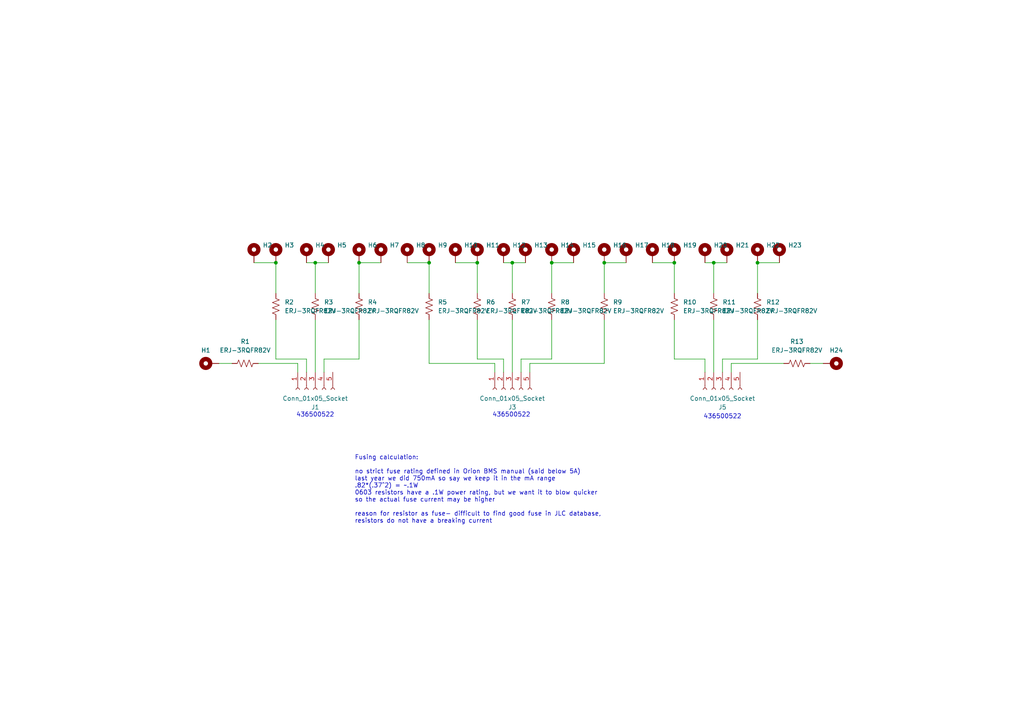
<source format=kicad_sch>
(kicad_sch (version 20231120) (generator "eeschema") (generator_version "8.0")
  (paper "A4")
  (lib_symbols
    (symbol "Connector:Conn_01x05_Socket" (pin_names (offset 1.016) hide)
      (property "Reference" "J" (at 0 7.62 0))
      (property "Value" "Conn_01x05_Socket" (at 0 -7.62 0))
      (symbol "Conn_01x05_Socket_1_1"
        (arc (start 0 -4.572) (mid -0.5058 -5.08) (end 0 -5.588) (stroke (width 0.1524)))
        (arc (start 0 -2.032) (mid -0.5058 -2.54) (end 0 -3.048) (stroke (width 0.1524)))
        (polyline (pts (xy -1.27 -5.08) (xy -0.508 -5.08)) (stroke (width 0.1524)))
        (polyline (pts (xy -1.27 -2.54) (xy -0.508 -2.54)) (stroke (width 0.1524)))
        (polyline (pts (xy -1.27 0) (xy -0.508 0)) (stroke (width 0.1524)))
        (polyline (pts (xy -1.27 2.54) (xy -0.508 2.54)) (stroke (width 0.1524)))
        (polyline (pts (xy -1.27 5.08) (xy -0.508 5.08)) (stroke (width 0.1524)))
        (arc (start 0 0.508) (mid -0.5058 0) (end 0 -0.508) (stroke (width 0.1524)))
        (arc (start 0 3.048) (mid -0.5058 2.54) (end 0 2.032) (stroke (width 0.1524)))
        (arc (start 0 5.588) (mid -0.5058 5.08) (end 0 4.572) (stroke (width 0.1524)))
        (pin passive line (at -5.08 5.08 0) (length 3.81) (name "Pin_1") (number "1"))
        (pin passive line (at -5.08 2.54 0) (length 3.81) (name "Pin_2") (number "2"))
        (pin passive line (at -5.08 0 0) (length 3.81) (name "Pin_3") (number "3"))
        (pin passive line (at -5.08 -2.54 0) (length 3.81) (name "Pin_4") (number "4"))
        (pin passive line (at -5.08 -5.08 0) (length 3.81) (name "Pin_5") (number "5"))
      )
    )
    (symbol "Device:R_US" (pin_numbers hide) (pin_names (offset 0))
      (property "Reference" "R" (at 2.54 0 90))
      (property "Value" "R_US" (at -2.54 0 90))
      (symbol "R_US_0_1"
        (polyline (pts (xy 0 -2.286) (xy 0 -2.54)))
        (polyline (pts (xy 0 2.286) (xy 0 2.54)))
        (polyline (pts (xy 0 -0.762) (xy 1.016 -1.143) (xy 0 -1.524) (xy -1.016 -1.905) (xy 0 -2.286)))
        (polyline (pts (xy 0 0.762) (xy 1.016 0.381) (xy 0 0) (xy -1.016 -0.381) (xy 0 -0.762)))
        (polyline (pts (xy 0 2.286) (xy 1.016 1.905) (xy 0 1.524) (xy -1.016 1.143) (xy 0 0.762)))
      )
      (symbol "R_US_1_1"
        (pin passive line (at 0 3.81 270) (length 1.27) (name "~") (number "1"))
        (pin passive line (at 0 -3.81 90) (length 1.27) (name "~") (number "2"))
      )
    )
    (symbol "Mechanical:MountingHole_Pad" (pin_numbers hide) (pin_names (offset 1.016) hide) (exclude_from_sim yes) (in_bom no)
      (property "Reference" "H" (at 0 6.35 0))
      (property "Value" "MountingHole_Pad" (at 0 4.445 0))
      (symbol "MountingHole_Pad_0_1"
        (circle (center 0 1.27) (radius 1.27) (stroke (width 1.27)))
      )
      (symbol "MountingHole_Pad_1_1"
        (pin input line (at 0 -2.54 90) (length 2.54) (name "1") (number "1"))
      )
    )
  )
  (junction (at 91.44 76.2))
  (junction (at 160.02 76.2))
  (junction (at 80.01 76.2))
  (junction (at 207.01 76.2))
  (junction (at 138.43 76.2))
  (junction (at 195.58 76.2))
  (junction (at 104.14 76.2))
  (junction (at 219.71 76.2))
  (junction (at 148.59 76.2))
  (junction (at 124.46 76.2))
  (junction (at 175.26 76.2))
  (wire (pts (xy 91.44 76.2) (xy 95.25 76.2)))
  (wire (pts (xy 151.13 104.14) (xy 151.13 107.95)))
  (wire (pts (xy 80.01 76.2) (xy 80.01 85.09)))
  (wire (pts (xy 104.14 85.09) (xy 104.14 76.2)))
  (wire (pts (xy 88.9 76.2) (xy 91.44 76.2)))
  (wire (pts (xy 143.51 107.95) (xy 143.51 105.41)))
  (wire (pts (xy 219.71 76.2) (xy 226.06 76.2)))
  (wire (pts (xy 148.59 76.2) (xy 148.59 85.09)))
  (wire (pts (xy 195.58 76.2) (xy 195.58 85.09)))
  (wire (pts (xy 153.67 107.95) (xy 153.67 105.41)))
  (wire (pts (xy 104.14 76.2) (xy 110.49 76.2)))
  (wire (pts (xy 212.09 105.41) (xy 212.09 107.95)))
  (wire (pts (xy 151.13 104.14) (xy 160.02 104.14)))
  (wire (pts (xy 160.02 104.14) (xy 160.02 92.71)))
  (wire (pts (xy 93.98 104.14) (xy 104.14 104.14)))
  (wire (pts (xy 160.02 76.2) (xy 166.37 76.2)))
  (wire (pts (xy 175.26 105.41) (xy 175.26 92.71)))
  (wire (pts (xy 86.36 107.95) (xy 86.36 105.41)))
  (wire (pts (xy 189.23 76.2) (xy 195.58 76.2)))
  (wire (pts (xy 88.9 104.14) (xy 80.01 104.14)))
  (wire (pts (xy 204.47 104.14) (xy 195.58 104.14)))
  (wire (pts (xy 146.05 76.2) (xy 148.59 76.2)))
  (wire (pts (xy 238.76 105.41) (xy 234.95 105.41)))
  (wire (pts (xy 143.51 105.41) (xy 124.46 105.41)))
  (wire (pts (xy 132.08 76.2) (xy 138.43 76.2)))
  (wire (pts (xy 91.44 92.71) (xy 91.44 107.95)))
  (wire (pts (xy 80.01 104.14) (xy 80.01 92.71)))
  (wire (pts (xy 148.59 92.71) (xy 148.59 107.95)))
  (wire (pts (xy 207.01 92.71) (xy 207.01 107.95)))
  (wire (pts (xy 124.46 92.71) (xy 124.46 105.41)))
  (wire (pts (xy 209.55 104.14) (xy 219.71 104.14)))
  (wire (pts (xy 207.01 76.2) (xy 207.01 85.09)))
  (wire (pts (xy 227.33 105.41) (xy 212.09 105.41)))
  (wire (pts (xy 146.05 104.14) (xy 146.05 107.95)))
  (wire (pts (xy 219.71 85.09) (xy 219.71 76.2)))
  (wire (pts (xy 124.46 76.2) (xy 124.46 85.09)))
  (wire (pts (xy 63.5 105.41) (xy 67.31 105.41)))
  (wire (pts (xy 118.11 76.2) (xy 124.46 76.2)))
  (wire (pts (xy 160.02 76.2) (xy 160.02 85.09)))
  (wire (pts (xy 175.26 76.2) (xy 181.61 76.2)))
  (wire (pts (xy 195.58 104.14) (xy 195.58 92.71)))
  (wire (pts (xy 153.67 105.41) (xy 175.26 105.41)))
  (wire (pts (xy 146.05 104.14) (xy 138.43 104.14)))
  (wire (pts (xy 88.9 104.14) (xy 88.9 107.95)))
  (wire (pts (xy 138.43 76.2) (xy 138.43 85.09)))
  (wire (pts (xy 73.66 76.2) (xy 80.01 76.2)))
  (wire (pts (xy 204.47 76.2) (xy 207.01 76.2)))
  (wire (pts (xy 207.01 76.2) (xy 210.82 76.2)))
  (wire (pts (xy 91.44 76.2) (xy 91.44 85.09)))
  (wire (pts (xy 138.43 104.14) (xy 138.43 92.71)))
  (wire (pts (xy 104.14 104.14) (xy 104.14 92.71)))
  (wire (pts (xy 175.26 85.09) (xy 175.26 76.2)))
  (wire (pts (xy 74.93 105.41) (xy 86.36 105.41)))
  (wire (pts (xy 209.55 104.14) (xy 209.55 107.95)))
  (wire (pts (xy 148.59 76.2) (xy 152.4 76.2)))
  (wire (pts (xy 219.71 104.14) (xy 219.71 92.71)))
  (wire (pts (xy 93.98 104.14) (xy 93.98 107.95)))
  (wire (pts (xy 204.47 104.14) (xy 204.47 107.95)))
  (text "436500522" (at 148.336 120.396 0) (effects (font (size 1.27 1.27))))
  (text "436500522" (at 91.44 120.396 0) (effects (font (size 1.27 1.27))))
  (text "Fusing calculation:\n\nno strict fuse rating defined in Orion BMS manual (said below 5A)\nlast year we did 750mA so say we keep it in the mA range\n.82*(.37^2) = ~.1W\n0603 resistors have a .1W power rating, but we want it to blow quicker \nso the actual fuse current may be higher\n\nreason for resistor as fuse- difficult to find good fuse in JLC database, \nresistors do not have a breaking current" (at 102.87 141.986 0) (effects (font (size 1.27 1.27)) (justify left)))
  (text "436500522" (at 209.55 120.904 0) (effects (font (size 1.27 1.27))))
  (symbol (lib_id "Mechanical:MountingHole_Pad") (at 219.71 73.66 0) (unit 1) (exclude_from_sim yes) (in_bom no)
    (property "Reference" "H22" (at 222.25 71.1199 0) (effects (justify left)))
    (property "Value" "MountingHole_Pad" (effects (hide yes)))
    (property "Footprint" "MountingHole:MountingHole_5.3mm_M5_Pad_Via" (effects (hide yes)))
    (property "Description" "Mounting Hole with connection" (effects (hide yes)))
  )
  (symbol (lib_id "Device:R_US") (at 195.58 88.9 0) (unit 1)
    (property "Reference" "R10" (at 198.12 87.6299 0) (effects (justify left)))
    (property "Value" "ERJ-3RQFR82V" (at 198.12 90.1699 0) (effects (justify left)))
    (property "Footprint" "Resistor_SMD:R_0603_1608Metric_Pad0.98x0.95mm_HandSolder" (effects (hide yes)))
    (property "Description" "Resistor, US symbol" (effects (hide yes)))
  )
  (symbol (lib_id "Mechanical:MountingHole_Pad") (at 88.9 73.66 0) (unit 1) (exclude_from_sim yes) (in_bom no)
    (property "Reference" "H4" (at 91.44 71.1199 0) (effects (justify left)))
    (property "Value" "MountingHole_Pad" (effects (hide yes)))
    (property "Footprint" "MountingHole:MountingHole_5.3mm_M5_Pad_Via" (effects (hide yes)))
    (property "Description" "Mounting Hole with connection" (effects (hide yes)))
  )
  (symbol (lib_id "Device:R_US") (at 207.01 88.9 0) (unit 1)
    (property "Reference" "R11" (at 209.55 87.6299 0) (effects (justify left)))
    (property "Value" "ERJ-3RQFR82V" (at 209.55 90.1699 0) (effects (justify left)))
    (property "Footprint" "Resistor_SMD:R_0603_1608Metric_Pad0.98x0.95mm_HandSolder" (effects (hide yes)))
    (property "Description" "Resistor, US symbol" (effects (hide yes)))
  )
  (symbol (lib_id "Connector:Conn_01x05_Socket") (at 209.55 113.03 90) (mirror x) (unit 1)
    (property "Reference" "J5" (at 209.55 118.11 90))
    (property "Value" "Conn_01x05_Socket" (at 209.55 115.57 90))
    (property "Description" "Generic connector, single row, 01x05, script generated" (effects (hide yes)))
  )
  (symbol (lib_id "Device:R_US") (at 80.01 88.9 0) (unit 1)
    (property "Reference" "R2" (at 82.55 87.6299 0) (effects (justify left)))
    (property "Value" "ERJ-3RQFR82V" (at 82.55 90.1699 0) (effects (justify left)))
    (property "Footprint" "Resistor_SMD:R_0603_1608Metric_Pad0.98x0.95mm_HandSolder" (effects (hide yes)))
    (property "Description" "Resistor, US symbol" (effects (hide yes)))
  )
  (symbol (lib_id "Device:R_US") (at 231.14 105.41 90) (unit 1)
    (property "Reference" "R13" (at 231.14 99.06 90))
    (property "Value" "ERJ-3RQFR82V" (at 231.14 101.6 90))
    (property "Footprint" "Resistor_SMD:R_0603_1608Metric_Pad0.98x0.95mm_HandSolder" (effects (hide yes)))
    (property "Description" "Resistor, US symbol" (effects (hide yes)))
  )
  (symbol (lib_id "Device:R_US") (at 219.71 88.9 0) (unit 1)
    (property "Reference" "R12" (at 222.25 87.6299 0) (effects (justify left)))
    (property "Value" "ERJ-3RQFR82V" (at 222.25 90.1699 0) (effects (justify left)))
    (property "Footprint" "Resistor_SMD:R_0603_1608Metric_Pad0.98x0.95mm_HandSolder" (effects (hide yes)))
    (property "Description" "Resistor, US symbol" (effects (hide yes)))
  )
  (symbol (lib_id "Mechanical:MountingHole_Pad") (at 181.61 73.66 0) (unit 1) (exclude_from_sim yes) (in_bom no)
    (property "Reference" "H17" (at 184.15 71.1199 0) (effects (justify left)))
    (property "Value" "MountingHole_Pad" (effects (hide yes)))
    (property "Footprint" "MountingHole:MountingHole_5.3mm_M5_Pad_Via" (effects (hide yes)))
    (property "Description" "Mounting Hole with connection" (effects (hide yes)))
  )
  (symbol (lib_id "Connector:Conn_01x05_Socket") (at 148.59 113.03 90) (mirror x) (unit 1)
    (property "Reference" "J3" (at 148.59 118.11 90))
    (property "Value" "Conn_01x05_Socket" (at 148.59 115.57 90))
    (property "Description" "Generic connector, single row, 01x05, script generated" (effects (hide yes)))
  )
  (symbol (lib_id "Mechanical:MountingHole_Pad") (at 210.82 73.66 0) (unit 1) (exclude_from_sim yes) (in_bom no)
    (property "Reference" "H21" (at 213.36 71.1199 0) (effects (justify left)))
    (property "Value" "MountingHole_Pad" (effects (hide yes)))
    (property "Footprint" "MountingHole:MountingHole_5.3mm_M5_Pad_Via" (effects (hide yes)))
    (property "Description" "Mounting Hole with connection" (effects (hide yes)))
  )
  (symbol (lib_id "Mechanical:MountingHole_Pad") (at 95.25 73.66 0) (unit 1) (exclude_from_sim yes) (in_bom no)
    (property "Reference" "H5" (at 97.79 71.1199 0) (effects (justify left)))
    (property "Value" "MountingHole_Pad" (effects (hide yes)))
    (property "Footprint" "MountingHole:MountingHole_5.3mm_M5_Pad_Via" (effects (hide yes)))
    (property "Description" "Mounting Hole with connection" (effects (hide yes)))
  )
  (symbol (lib_id "Mechanical:MountingHole_Pad") (at 226.06 73.66 0) (unit 1) (exclude_from_sim yes) (in_bom no)
    (property "Reference" "H23" (at 228.6 71.1199 0) (effects (justify left)))
    (property "Value" "MountingHole_Pad" (effects (hide yes)))
    (property "Footprint" "MountingHole:MountingHole_5.3mm_M5_Pad_Via" (effects (hide yes)))
    (property "Description" "Mounting Hole with connection" (effects (hide yes)))
  )
  (symbol (lib_id "Mechanical:MountingHole_Pad") (at 73.66 73.66 0) (unit 1) (exclude_from_sim yes) (in_bom no)
    (property "Reference" "H2" (at 76.2 71.1199 0) (effects (justify left)))
    (property "Value" "MountingHole_Pad" (effects (hide yes)))
    (property "Footprint" "MountingHole:MountingHole_5.3mm_M5_Pad_Via" (effects (hide yes)))
    (property "Description" "Mounting Hole with connection" (effects (hide yes)))
  )
  (symbol (lib_id "Mechanical:MountingHole_Pad") (at 204.47 73.66 0) (unit 1) (exclude_from_sim yes) (in_bom no)
    (property "Reference" "H20" (at 207.01 71.1199 0) (effects (justify left)))
    (property "Value" "MountingHole_Pad" (effects (hide yes)))
    (property "Footprint" "MountingHole:MountingHole_5.3mm_M5_Pad_Via" (effects (hide yes)))
    (property "Description" "Mounting Hole with connection" (effects (hide yes)))
  )
  (symbol (lib_id "Mechanical:MountingHole_Pad") (at 110.49 73.66 0) (unit 1) (exclude_from_sim yes) (in_bom no)
    (property "Reference" "H7" (at 113.03 71.1199 0) (effects (justify left)))
    (property "Value" "MountingHole_Pad" (effects (hide yes)))
    (property "Footprint" "MountingHole:MountingHole_5.3mm_M5_Pad_Via" (effects (hide yes)))
    (property "Description" "Mounting Hole with connection" (effects (hide yes)))
  )
  (symbol (lib_id "Device:R_US") (at 91.44 88.9 0) (unit 1)
    (property "Reference" "R3" (at 93.98 87.6299 0) (effects (justify left)))
    (property "Value" "ERJ-3RQFR82V" (at 93.98 90.1699 0) (effects (justify left)))
    (property "Footprint" "Resistor_SMD:R_0603_1608Metric_Pad0.98x0.95mm_HandSolder" (effects (hide yes)))
    (property "Description" "Resistor, US symbol" (effects (hide yes)))
  )
  (symbol (lib_id "Mechanical:MountingHole_Pad") (at 152.4 73.66 0) (unit 1) (exclude_from_sim yes) (in_bom no)
    (property "Reference" "H13" (at 154.94 71.1199 0) (effects (justify left)))
    (property "Value" "MountingHole_Pad" (effects (hide yes)))
    (property "Footprint" "MountingHole:MountingHole_5.3mm_M5_Pad_Via" (effects (hide yes)))
    (property "Description" "Mounting Hole with connection" (effects (hide yes)))
  )
  (symbol (lib_id "Mechanical:MountingHole_Pad") (at 189.23 73.66 0) (unit 1) (exclude_from_sim yes) (in_bom no)
    (property "Reference" "H18" (at 191.77 71.1199 0) (effects (justify left)))
    (property "Value" "MountingHole_Pad" (effects (hide yes)))
    (property "Footprint" "MountingHole:MountingHole_5.3mm_M5_Pad_Via" (effects (hide yes)))
    (property "Description" "Mounting Hole with connection" (effects (hide yes)))
  )
  (symbol (lib_id "Mechanical:MountingHole_Pad") (at 146.05 73.66 0) (unit 1) (exclude_from_sim yes) (in_bom no)
    (property "Reference" "H12" (at 148.59 71.1199 0) (effects (justify left)))
    (property "Value" "MountingHole_Pad" (effects (hide yes)))
    (property "Footprint" "MountingHole:MountingHole_5.3mm_M5_Pad_Via" (effects (hide yes)))
    (property "Description" "Mounting Hole with connection" (effects (hide yes)))
  )
  (symbol (lib_id "Mechanical:MountingHole_Pad") (at 118.11 73.66 0) (unit 1) (exclude_from_sim yes) (in_bom no)
    (property "Reference" "H8" (at 120.65 71.1199 0) (effects (justify left)))
    (property "Value" "MountingHole_Pad" (effects (hide yes)))
    (property "Footprint" "MountingHole:MountingHole_5.3mm_M5_Pad_Via" (effects (hide yes)))
    (property "Description" "Mounting Hole with connection" (effects (hide yes)))
  )
  (symbol (lib_id "Mechanical:MountingHole_Pad") (at 132.08 73.66 0) (unit 1) (exclude_from_sim yes) (in_bom no)
    (property "Reference" "H10" (at 134.62 71.1199 0) (effects (justify left)))
    (property "Value" "MountingHole_Pad" (effects (hide yes)))
    (property "Footprint" "MountingHole:MountingHole_5.3mm_M5_Pad_Via" (effects (hide yes)))
    (property "Description" "Mounting Hole with connection" (effects (hide yes)))
  )
  (symbol (lib_id "Mechanical:MountingHole_Pad") (at 60.96 105.41 90) (unit 1) (exclude_from_sim yes) (in_bom no)
    (property "Reference" "H1" (at 59.69 101.6 90))
    (property "Value" "MountingHole_Pad" (effects (hide yes)))
    (property "Footprint" "MountingHole:MountingHole_5.3mm_M5_Pad_Via" (effects (hide yes)))
    (property "Description" "Mounting Hole with connection" (effects (hide yes)))
  )
  (symbol (lib_id "Device:R_US") (at 124.46 88.9 0) (unit 1)
    (property "Reference" "R5" (at 127 87.6299 0) (effects (justify left)))
    (property "Value" "ERJ-3RQFR82V" (at 127 90.1699 0) (effects (justify left)))
    (property "Footprint" "Resistor_SMD:R_0603_1608Metric_Pad0.98x0.95mm_HandSolder" (effects (hide yes)))
    (property "Description" "Resistor, US symbol" (effects (hide yes)))
  )
  (symbol (lib_id "Mechanical:MountingHole_Pad") (at 195.58 73.66 0) (unit 1) (exclude_from_sim yes) (in_bom no)
    (property "Reference" "H19" (at 198.12 71.1199 0) (effects (justify left)))
    (property "Value" "MountingHole_Pad" (effects (hide yes)))
    (property "Footprint" "MountingHole:MountingHole_5.3mm_M5_Pad_Via" (effects (hide yes)))
    (property "Description" "Mounting Hole with connection" (effects (hide yes)))
  )
  (symbol (lib_id "Device:R_US") (at 138.43 88.9 0) (unit 1)
    (property "Reference" "R6" (at 140.97 87.6299 0) (effects (justify left)))
    (property "Value" "ERJ-3RQFR82V" (at 140.97 90.1699 0) (effects (justify left)))
    (property "Footprint" "Resistor_SMD:R_0603_1608Metric_Pad0.98x0.95mm_HandSolder" (effects (hide yes)))
    (property "Description" "Resistor, US symbol" (effects (hide yes)))
  )
  (symbol (lib_id "Device:R_US") (at 160.02 88.9 0) (unit 1)
    (property "Reference" "R8" (at 162.56 87.6299 0) (effects (justify left)))
    (property "Value" "ERJ-3RQFR82V" (at 162.56 90.1699 0) (effects (justify left)))
    (property "Footprint" "Resistor_SMD:R_0603_1608Metric_Pad0.98x0.95mm_HandSolder" (effects (hide yes)))
    (property "Description" "Resistor, US symbol" (effects (hide yes)))
  )
  (symbol (lib_id "Mechanical:MountingHole_Pad") (at 138.43 73.66 0) (unit 1) (exclude_from_sim yes) (in_bom no)
    (property "Reference" "H11" (at 140.97 71.1199 0) (effects (justify left)))
    (property "Value" "MountingHole_Pad" (effects (hide yes)))
    (property "Footprint" "MountingHole:MountingHole_5.3mm_M5_Pad_Via" (effects (hide yes)))
    (property "Description" "Mounting Hole with connection" (effects (hide yes)))
  )
  (symbol (lib_id "Device:R_US") (at 104.14 88.9 0) (unit 1)
    (property "Reference" "R4" (at 106.68 87.6299 0) (effects (justify left)))
    (property "Value" "ERJ-3RQFR82V" (at 106.68 90.1699 0) (effects (justify left)))
    (property "Footprint" "Resistor_SMD:R_0603_1608Metric_Pad0.98x0.95mm_HandSolder" (effects (hide yes)))
    (property "Description" "Resistor, US symbol" (effects (hide yes)))
  )
  (symbol (lib_id "Device:R_US") (at 148.59 88.9 0) (unit 1)
    (property "Reference" "R7" (at 151.13 87.6299 0) (effects (justify left)))
    (property "Value" "ERJ-3RQFR82V" (at 151.13 90.1699 0) (effects (justify left)))
    (property "Footprint" "Resistor_SMD:R_0603_1608Metric_Pad0.98x0.95mm_HandSolder" (effects (hide yes)))
    (property "Description" "Resistor, US symbol" (effects (hide yes)))
  )
  (symbol (lib_id "Connector:Conn_01x05_Socket") (at 91.44 113.03 90) (mirror x) (unit 1)
    (property "Reference" "J1" (at 91.44 118.11 90))
    (property "Value" "Conn_01x05_Socket" (at 91.44 115.57 90))
    (property "Description" "Generic connector, single row, 01x05, script generated" (effects (hide yes)))
  )
  (symbol (lib_id "Mechanical:MountingHole_Pad") (at 160.02 73.66 0) (unit 1) (exclude_from_sim yes) (in_bom no)
    (property "Reference" "H14" (at 162.56 71.1199 0) (effects (justify left)))
    (property "Value" "MountingHole_Pad" (effects (hide yes)))
    (property "Footprint" "MountingHole:MountingHole_5.3mm_M5_Pad_Via" (effects (hide yes)))
    (property "Description" "Mounting Hole with connection" (effects (hide yes)))
  )
  (symbol (lib_id "Mechanical:MountingHole_Pad") (at 175.26 73.66 0) (unit 1) (exclude_from_sim yes) (in_bom no)
    (property "Reference" "H16" (at 177.8 71.1199 0) (effects (justify left)))
    (property "Value" "MountingHole_Pad" (effects (hide yes)))
    (property "Footprint" "MountingHole:MountingHole_5.3mm_M5_Pad_Via" (effects (hide yes)))
    (property "Description" "Mounting Hole with connection" (effects (hide yes)))
  )
  (symbol (lib_id "Mechanical:MountingHole_Pad") (at 241.3 105.41 270) (mirror x) (unit 1) (exclude_from_sim yes) (in_bom no)
    (property "Reference" "H24" (at 242.57 101.6 90))
    (property "Value" "MountingHole_Pad" (effects (hide yes)))
    (property "Footprint" "MountingHole:MountingHole_5.3mm_M5_Pad_Via" (effects (hide yes)))
    (property "Description" "Mounting Hole with connection" (effects (hide yes)))
  )
  (symbol (lib_id "Device:R_US") (at 175.26 88.9 0) (unit 1)
    (property "Reference" "R9" (at 177.8 87.6299 0) (effects (justify left)))
    (property "Value" "ERJ-3RQFR82V" (at 177.8 90.1699 0) (effects (justify left)))
    (property "Footprint" "Resistor_SMD:R_0603_1608Metric_Pad0.98x0.95mm_HandSolder" (effects (hide yes)))
    (property "Description" "Resistor, US symbol" (effects (hide yes)))
  )
  (symbol (lib_id "Device:R_US") (at 71.12 105.41 90) (unit 1)
    (property "Reference" "R1" (at 71.12 99.06 90))
    (property "Value" "ERJ-3RQFR82V" (at 71.12 101.6 90))
    (property "Footprint" "Resistor_SMD:R_0603_1608Metric_Pad0.98x0.95mm_HandSolder" (effects (hide yes)))
    (property "Description" "Resistor, US symbol" (effects (hide yes)))
  )
  (symbol (lib_id "Mechanical:MountingHole_Pad") (at 104.14 73.66 0) (unit 1) (exclude_from_sim yes) (in_bom no)
    (property "Reference" "H6" (at 106.68 71.1199 0) (effects (justify left)))
    (property "Value" "MountingHole_Pad" (effects (hide yes)))
    (property "Footprint" "MountingHole:MountingHole_5.3mm_M5_Pad_Via" (effects (hide yes)))
    (property "Description" "Mounting Hole with connection" (effects (hide yes)))
  )
  (symbol (lib_id "Mechanical:MountingHole_Pad") (at 80.01 73.66 0) (unit 1) (exclude_from_sim yes) (in_bom no)
    (property "Reference" "H3" (at 82.55 71.1199 0) (effects (justify left)))
    (property "Value" "MountingHole_Pad" (effects (hide yes)))
    (property "Footprint" "MountingHole:MountingHole_5.3mm_M5_Pad_Via" (effects (hide yes)))
    (property "Description" "Mounting Hole with connection" (effects (hide yes)))
  )
  (symbol (lib_id "Mechanical:MountingHole_Pad") (at 124.46 73.66 0) (unit 1) (exclude_from_sim yes) (in_bom no)
    (property "Reference" "H9" (at 127 71.1199 0) (effects (justify left)))
    (property "Value" "MountingHole_Pad" (effects (hide yes)))
    (property "Footprint" "MountingHole:MountingHole_5.3mm_M5_Pad_Via" (effects (hide yes)))
    (property "Description" "Mounting Hole with connection" (effects (hide yes)))
  )
  (symbol (lib_id "Mechanical:MountingHole_Pad") (at 166.37 73.66 0) (unit 1) (exclude_from_sim yes) (in_bom no)
    (property "Reference" "H15" (at 168.91 71.1199 0) (effects (justify left)))
    (property "Value" "MountingHole_Pad" (effects (hide yes)))
    (property "Footprint" "MountingHole:MountingHole_5.3mm_M5_Pad_Via" (effects (hide yes)))
    (property "Description" "Mounting Hole with connection" (effects (hide yes)))
  )
)
</source>
